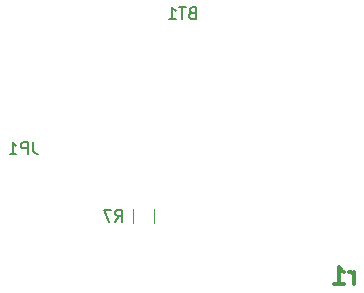
<source format=gbo>
G04 #@! TF.FileFunction,Legend,Bot*
%FSLAX46Y46*%
G04 Gerber Fmt 4.6, Leading zero omitted, Abs format (unit mm)*
G04 Created by KiCad (PCBNEW 4.0.6+dfsg1-1) date Fri Mar  9 15:20:54 2018*
%MOMM*%
%LPD*%
G01*
G04 APERTURE LIST*
%ADD10C,0.100000*%
%ADD11C,0.300000*%
%ADD12C,0.120000*%
%ADD13C,0.150000*%
G04 APERTURE END LIST*
D10*
D11*
X216594428Y-79418571D02*
X216594428Y-78418571D01*
X216594428Y-78704286D02*
X216523000Y-78561429D01*
X216451571Y-78490000D01*
X216308714Y-78418571D01*
X216165857Y-78418571D01*
X214880143Y-79418571D02*
X215737286Y-79418571D01*
X215308714Y-79418571D02*
X215308714Y-77918571D01*
X215451571Y-78132857D01*
X215594429Y-78275714D01*
X215737286Y-78347143D01*
D12*
X199635000Y-74260000D02*
X199635000Y-73060000D01*
X197875000Y-73060000D02*
X197875000Y-74260000D01*
D13*
X202875714Y-56443571D02*
X202732857Y-56491190D01*
X202685238Y-56538810D01*
X202637619Y-56634048D01*
X202637619Y-56776905D01*
X202685238Y-56872143D01*
X202732857Y-56919762D01*
X202828095Y-56967381D01*
X203209048Y-56967381D01*
X203209048Y-55967381D01*
X202875714Y-55967381D01*
X202780476Y-56015000D01*
X202732857Y-56062619D01*
X202685238Y-56157857D01*
X202685238Y-56253095D01*
X202732857Y-56348333D01*
X202780476Y-56395952D01*
X202875714Y-56443571D01*
X203209048Y-56443571D01*
X202351905Y-55967381D02*
X201780476Y-55967381D01*
X202066191Y-56967381D02*
X202066191Y-55967381D01*
X200923333Y-56967381D02*
X201494762Y-56967381D01*
X201209048Y-56967381D02*
X201209048Y-55967381D01*
X201304286Y-56110238D01*
X201399524Y-56205476D01*
X201494762Y-56253095D01*
X189428333Y-67397381D02*
X189428333Y-68111667D01*
X189475953Y-68254524D01*
X189571191Y-68349762D01*
X189714048Y-68397381D01*
X189809286Y-68397381D01*
X188952143Y-68397381D02*
X188952143Y-67397381D01*
X188571190Y-67397381D01*
X188475952Y-67445000D01*
X188428333Y-67492619D01*
X188380714Y-67587857D01*
X188380714Y-67730714D01*
X188428333Y-67825952D01*
X188475952Y-67873571D01*
X188571190Y-67921190D01*
X188952143Y-67921190D01*
X187428333Y-68397381D02*
X187999762Y-68397381D01*
X187714048Y-68397381D02*
X187714048Y-67397381D01*
X187809286Y-67540238D01*
X187904524Y-67635476D01*
X187999762Y-67683095D01*
X196381666Y-74112381D02*
X196715000Y-73636190D01*
X196953095Y-74112381D02*
X196953095Y-73112381D01*
X196572142Y-73112381D01*
X196476904Y-73160000D01*
X196429285Y-73207619D01*
X196381666Y-73302857D01*
X196381666Y-73445714D01*
X196429285Y-73540952D01*
X196476904Y-73588571D01*
X196572142Y-73636190D01*
X196953095Y-73636190D01*
X196048333Y-73112381D02*
X195381666Y-73112381D01*
X195810238Y-74112381D01*
M02*

</source>
